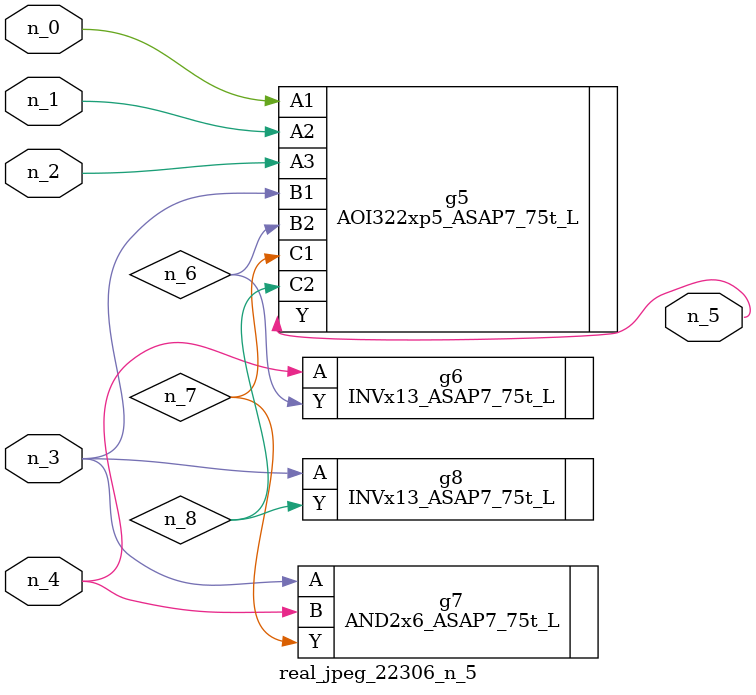
<source format=v>
module real_jpeg_22306_n_5 (n_4, n_0, n_1, n_2, n_3, n_5);

input n_4;
input n_0;
input n_1;
input n_2;
input n_3;

output n_5;

wire n_8;
wire n_6;
wire n_7;

AOI322xp5_ASAP7_75t_L g5 ( 
.A1(n_0),
.A2(n_1),
.A3(n_2),
.B1(n_3),
.B2(n_6),
.C1(n_7),
.C2(n_8),
.Y(n_5)
);

AND2x6_ASAP7_75t_L g7 ( 
.A(n_3),
.B(n_4),
.Y(n_7)
);

INVx13_ASAP7_75t_L g8 ( 
.A(n_3),
.Y(n_8)
);

INVx13_ASAP7_75t_L g6 ( 
.A(n_4),
.Y(n_6)
);


endmodule
</source>
